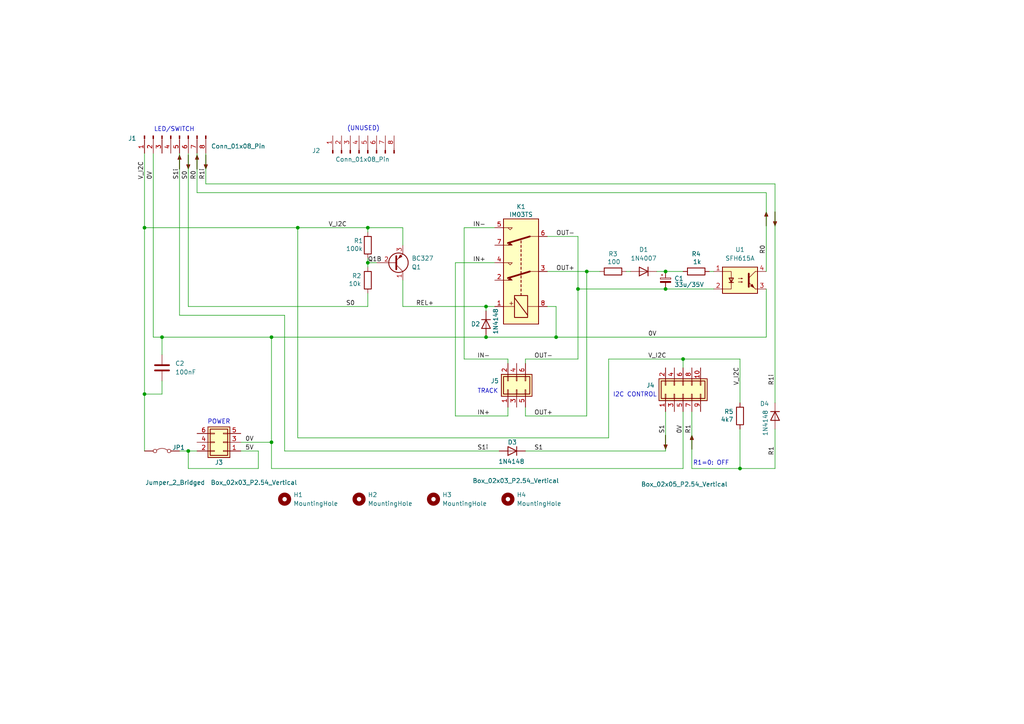
<source format=kicad_sch>
(kicad_sch (version 20231120) (generator "eeschema") (generator_version "8.0")
  (paper "A4")
  (title_block (date "2024-10-21"))
  (lib_symbols
    (symbol "Connector:Conn_01x08_Pin" (pin_names (offset 1.016) hide)
      (property "Reference" "J" (at 0 10.16 0))
      (property "Value" "Conn_01x08_Pin" (at 0 -12.7 0))
      (symbol "Conn_01x08_Pin_1_1"
        (polyline (pts (xy 1.27 -10.16) (xy 0.8636 -10.16)) (stroke (width 0.1524)))
        (polyline (pts (xy 1.27 -7.62) (xy 0.8636 -7.62)) (stroke (width 0.1524)))
        (polyline (pts (xy 1.27 -5.08) (xy 0.8636 -5.08)) (stroke (width 0.1524)))
        (polyline (pts (xy 1.27 -2.54) (xy 0.8636 -2.54)) (stroke (width 0.1524)))
        (polyline (pts (xy 1.27 0) (xy 0.8636 0)) (stroke (width 0.1524)))
        (polyline (pts (xy 1.27 2.54) (xy 0.8636 2.54)) (stroke (width 0.1524)))
        (polyline (pts (xy 1.27 5.08) (xy 0.8636 5.08)) (stroke (width 0.1524)))
        (polyline (pts (xy 1.27 7.62) (xy 0.8636 7.62)) (stroke (width 0.1524)))
        (rectangle (start 0.8636 -10.033) (end 0 -10.287) (stroke (width 0.1524)) (fill (type outline)))
        (rectangle (start 0.8636 -7.493) (end 0 -7.747) (stroke (width 0.1524)) (fill (type outline)))
        (rectangle (start 0.8636 -4.953) (end 0 -5.207) (stroke (width 0.1524)) (fill (type outline)))
        (rectangle (start 0.8636 -2.413) (end 0 -2.667) (stroke (width 0.1524)) (fill (type outline)))
        (rectangle (start 0.8636 0.127) (end 0 -0.127) (stroke (width 0.1524)) (fill (type outline)))
        (rectangle (start 0.8636 2.667) (end 0 2.413) (stroke (width 0.1524)) (fill (type outline)))
        (rectangle (start 0.8636 5.207) (end 0 4.953) (stroke (width 0.1524)) (fill (type outline)))
        (rectangle (start 0.8636 7.747) (end 0 7.493) (stroke (width 0.1524)) (fill (type outline)))
        (pin passive line (at 5.08 7.62 180) (length 3.81) (name "Pin_1") (number "1"))
        (pin passive line (at 5.08 5.08 180) (length 3.81) (name "Pin_2") (number "2"))
        (pin passive line (at 5.08 2.54 180) (length 3.81) (name "Pin_3") (number "3"))
        (pin passive line (at 5.08 0 180) (length 3.81) (name "Pin_4") (number "4"))
        (pin passive line (at 5.08 -2.54 180) (length 3.81) (name "Pin_5") (number "5"))
        (pin passive line (at 5.08 -5.08 180) (length 3.81) (name "Pin_6") (number "6"))
        (pin passive line (at 5.08 -7.62 180) (length 3.81) (name "Pin_7") (number "7"))
        (pin passive line (at 5.08 -10.16 180) (length 3.81) (name "Pin_8") (number "8"))
      )
    )
    (symbol "Device:C" (pin_numbers hide) (pin_names (offset 0.254))
      (property "Reference" "C" (at 0.635 2.54 0))
      (property "Value" "C" (at 0.635 -2.54 0))
      (symbol "C_0_1"
        (polyline (pts (xy -2.032 -0.762) (xy 2.032 -0.762)) (stroke (width 0.508)))
        (polyline (pts (xy -2.032 0.762) (xy 2.032 0.762)) (stroke (width 0.508)))
      )
      (symbol "C_1_1"
        (pin passive line (at 0 3.81 270) (length 2.794) (name "~") (number "1"))
        (pin passive line (at 0 -3.81 90) (length 2.794) (name "~") (number "2"))
      )
    )
    (symbol "Device:C_Polarized_Small" (pin_numbers hide) (pin_names (offset 0.254) hide)
      (property "Reference" "C" (at 0.254 1.778 0))
      (property "Value" "C_Polarized_Small" (at 0.254 -2.032 0))
      (symbol "C_Polarized_Small_0_1"
        (rectangle (start -1.524 -0.3048) (end 1.524 -0.6858) (fill (type outline)))
        (rectangle (start -1.524 0.6858) (end 1.524 0.3048))
        (polyline (pts (xy -1.27 1.524) (xy -0.762 1.524)))
        (polyline (pts (xy -1.016 1.27) (xy -1.016 1.778)))
      )
      (symbol "C_Polarized_Small_1_1"
        (pin passive line (at 0 2.54 270) (length 1.8542) (name "~") (number "1"))
        (pin passive line (at 0 -2.54 90) (length 1.8542) (name "~") (number "2"))
      )
    )
    (symbol "Device:R" (pin_numbers hide) (pin_names (offset 0))
      (property "Reference" "R" (at 2.032 0 90))
      (property "Value" "R" (at 0 0 90))
      (symbol "R_0_1"
        (rectangle (start -1.016 -2.54) (end 1.016 2.54) (stroke (width 0.254)))
      )
      (symbol "R_1_1"
        (pin passive line (at 0 3.81 270) (length 1.27) (name "~") (number "1"))
        (pin passive line (at 0 -3.81 90) (length 1.27) (name "~") (number "2"))
      )
    )
    (symbol "Diode:1N4007" (pin_numbers hide) (pin_names hide)
      (property "Reference" "D" (at 0 2.54 0))
      (property "Value" "1N4007" (at 0 -2.54 0))
      (symbol "1N4007_0_1"
        (polyline (pts (xy -1.27 1.27) (xy -1.27 -1.27)) (stroke (width 0.254)))
        (polyline (pts (xy 1.27 0) (xy -1.27 0)))
        (polyline (pts (xy 1.27 1.27) (xy 1.27 -1.27) (xy -1.27 0) (xy 1.27 1.27)) (stroke (width 0.254)))
      )
      (symbol "1N4007_1_1"
        (pin passive line (at -3.81 0 0) (length 2.54) (name "K") (number "1"))
        (pin passive line (at 3.81 0 180) (length 2.54) (name "A") (number "2"))
      )
    )
    (symbol "Diode:1N4148" (pin_numbers hide) (pin_names hide)
      (property "Reference" "D" (at 0 2.54 0))
      (property "Value" "1N4148" (at 0 -2.54 0))
      (symbol "1N4148_0_1"
        (polyline (pts (xy -1.27 1.27) (xy -1.27 -1.27)) (stroke (width 0.254)))
        (polyline (pts (xy 1.27 0) (xy -1.27 0)))
        (polyline (pts (xy 1.27 1.27) (xy 1.27 -1.27) (xy -1.27 0) (xy 1.27 1.27)) (stroke (width 0.254)))
      )
      (symbol "1N4148_1_1"
        (pin passive line (at -3.81 0 0) (length 2.54) (name "K") (number "1"))
        (pin passive line (at 3.81 0 180) (length 2.54) (name "A") (number "2"))
      )
    )
    (symbol "Graphic:SYM_Arrow_Small" (in_bom no) (on_board no)
      (symbol "SYM_Arrow_Small_0_1"
        (polyline (pts (xy 1.524 0) (xy -2.032 0)) (stroke (width 0.254)))
        (polyline (pts (xy 2.032 0) (xy 0.762 -0.508) (xy 0.762 0.508) (xy 2.032 0)) (fill (type outline)))
      )
    )
    (symbol "Jumper:Jumper_2_Bridged" (pin_numbers hide) (pin_names (offset 0) hide) (exclude_from_sim yes)
      (property "Reference" "JP" (at 0 1.905 0))
      (property "Value" "Jumper_2_Bridged" (at 0 -2.54 0))
      (symbol "Jumper_2_Bridged_0_0"
        (circle (center -2.032 0) (radius 0.508))
        (circle (center 2.032 0) (radius 0.508))
      )
      (symbol "Jumper_2_Bridged_0_1"
        (arc (start 1.524 0.254) (mid 0 0.762) (end -1.524 0.254))
      )
      (symbol "Jumper_2_Bridged_1_1"
        (pin passive line (at -5.08 0 0) (length 2.54) (name "A") (number "1"))
        (pin passive line (at 5.08 0 180) (length 2.54) (name "B") (number "2"))
      )
    )
    (symbol "Relay:IM03"
      (property "Reference" "K" (at 16.51 3.81 0))
      (property "Value" "IM03" (at 16.51 1.27 0))
      (symbol "IM03_0_0"
        (text "+" (at -9.271 2.921 0) (effects (font (size 1.27 1.27))))
      )
      (symbol "IM03_0_1"
        (rectangle (start -15.24 5.08) (end 15.24 -5.08) (stroke (width 0.254)) (fill (type background)))
        (rectangle (start -13.335 1.905) (end -6.985 -1.905) (stroke (width 0.254)))
        (polyline (pts (xy -12.7 -1.905) (xy -7.62 1.905)) (stroke (width 0.254)))
        (polyline (pts (xy -10.16 -5.08) (xy -10.16 -1.905)))
        (polyline (pts (xy -10.16 5.08) (xy -10.16 1.905)))
        (polyline (pts (xy -6.985 0) (xy -6.35 0)) (stroke (width 0.254)))
        (polyline (pts (xy -5.715 0) (xy -5.08 0)) (stroke (width 0.254)))
        (polyline (pts (xy -4.445 0) (xy -3.81 0)) (stroke (width 0.254)))
        (polyline (pts (xy -3.175 0) (xy -2.54 0)) (stroke (width 0.254)))
        (polyline (pts (xy -1.905 0) (xy -1.27 0)) (stroke (width 0.254)))
        (polyline (pts (xy -0.635 0) (xy 0 0)) (stroke (width 0.254)))
        (polyline (pts (xy 0 -2.54) (xy -1.905 3.81)) (stroke (width 0.508)))
        (polyline (pts (xy 0 -2.54) (xy 0 -5.08)))
        (polyline (pts (xy 0.635 0) (xy 1.27 0)) (stroke (width 0.254)))
        (polyline (pts (xy 1.905 0) (xy 2.54 0)) (stroke (width 0.254)))
        (polyline (pts (xy 3.175 0) (xy 3.81 0)) (stroke (width 0.254)))
        (polyline (pts (xy 4.445 0) (xy 5.08 0)) (stroke (width 0.254)))
        (polyline (pts (xy 5.715 0) (xy 6.35 0)) (stroke (width 0.254)))
        (polyline (pts (xy 6.985 0) (xy 7.62 0)) (stroke (width 0.254)))
        (polyline (pts (xy 8.255 0) (xy 8.89 0)) (stroke (width 0.254)))
        (polyline (pts (xy 10.16 -2.54) (xy 8.255 3.81)) (stroke (width 0.508)))
        (polyline (pts (xy 10.16 -2.54) (xy 10.16 -5.08)))
        (polyline (pts (xy -2.54 5.08) (xy -2.54 2.54) (xy -1.905 3.175) (xy -2.54 3.81)) (fill (type outline)))
        (polyline (pts (xy 2.54 5.08) (xy 2.54 2.54) (xy 1.905 3.175) (xy 2.54 3.81)))
        (polyline (pts (xy 7.62 5.08) (xy 7.62 2.54) (xy 8.255 3.175) (xy 7.62 3.81)) (fill (type outline)))
        (polyline (pts (xy 12.7 5.08) (xy 12.7 2.54) (xy 12.065 3.175) (xy 12.7 3.81)))
      )
      (symbol "IM03_1_1"
        (pin passive line (at -10.16 7.62 270) (length 2.54) (name "~") (number "1"))
        (pin passive line (at -2.54 7.62 270) (length 2.54) (name "~") (number "2"))
        (pin passive line (at 0 -7.62 90) (length 2.54) (name "~") (number "3"))
        (pin passive line (at 2.54 7.62 270) (length 2.54) (name "~") (number "4"))
        (pin passive line (at 12.7 7.62 270) (length 2.54) (name "~") (number "5"))
        (pin passive line (at 10.16 -7.62 90) (length 2.54) (name "~") (number "6"))
        (pin passive line (at 7.62 7.62 270) (length 2.54) (name "~") (number "7"))
        (pin passive line (at -10.16 -7.62 90) (length 2.54) (name "~") (number "8"))
      )
    )
    (symbol "Transistor_BJT:BC327" (pin_names (offset 0) hide)
      (property "Reference" "Q" (at 5.08 1.905 0))
      (property "Value" "BC327" (at 5.08 0 0))
      (symbol "BC327_0_1"
        (polyline (pts (xy 0.635 0.635) (xy 2.54 2.54)))
        (polyline (pts (xy 0.635 -0.635) (xy 2.54 -2.54) (xy 2.54 -2.54)))
        (polyline (pts (xy 0.635 1.905) (xy 0.635 -1.905) (xy 0.635 -1.905)) (stroke (width 0.508)))
        (polyline (pts (xy 2.286 -1.778) (xy 1.778 -2.286) (xy 1.27 -1.27) (xy 2.286 -1.778) (xy 2.286 -1.778)) (fill (type outline)))
        (circle (center 1.27 0) (radius 2.8194) (stroke (width 0.254)))
      )
      (symbol "BC327_1_1"
        (pin passive line (at 2.54 5.08 270) (length 2.54) (name "C") (number "1"))
        (pin input line (at -5.08 0 0) (length 5.715) (name "B") (number "2"))
        (pin passive line (at 2.54 -5.08 90) (length 2.54) (name "E") (number "3"))
      )
    )
    (symbol "_kh_library:Box_02x03_P2.54_Vertical" (pin_names (offset 1.016) hide)
      (property "Reference" "J" (at 1.27 5.588 0))
      (property "Value" "Box_02x03_P2.54_Vertical" (at 1.27 -6.35 0))
      (symbol "Box_02x03_P2.54_Vertical_1_1"
        (rectangle (start -1.905 4.445) (end 4.445 -4.445) (stroke (width 0.254)) (fill (type background)))
        (rectangle (start -1.27 -2.413) (end 0 -2.667) (stroke (width 0.1524)))
        (rectangle (start -1.27 0.127) (end 0 -0.127) (stroke (width 0.1524)))
        (rectangle (start -1.27 2.667) (end 0 2.413) (stroke (width 0.1524)))
        (rectangle (start -1.27 3.81) (end 3.81 -3.81) (stroke (width 0.254)) (fill (type background)))
        (rectangle (start 3.81 -2.413) (end 2.54 -2.667) (stroke (width 0.1524)))
        (rectangle (start 3.81 0.127) (end 2.54 -0.127) (stroke (width 0.1524)))
        (rectangle (start 3.81 2.667) (end 2.54 2.413) (stroke (width 0.1524)))
        (pin passive line (at -5.08 2.54 0) (length 3.81) (name "Pin_1") (number "1"))
        (pin passive line (at 7.62 2.54 180) (length 3.81) (name "Pin_2") (number "2"))
        (pin passive line (at -5.08 0 0) (length 3.81) (name "Pin_3") (number "3"))
        (pin passive line (at 7.62 0 180) (length 3.81) (name "Pin_4") (number "4"))
        (pin passive line (at -5.08 -2.54 0) (length 3.81) (name "Pin_5") (number "5"))
        (pin passive line (at 7.62 -2.54 180) (length 3.81) (name "Pin_6") (number "6"))
      )
    )
    (symbol "_kh_library:Box_02x05_P2.54_Vertical" (pin_names (offset 1.016) hide)
      (property "Reference" "J" (at 1.27 5.588 0))
      (property "Value" "Box_02x05_P2.54_Vertical" (at 1.27 -11.176 0))
      (symbol "Box_02x05_P2.54_Vertical_1_1"
        (rectangle (start -1.905 4.445) (end 4.445 -9.525) (stroke (width 0.254)) (fill (type background)))
        (rectangle (start -1.27 -7.493) (end 0 -7.747) (stroke (width 0.1524)))
        (rectangle (start -1.27 -4.953) (end 0 -5.207) (stroke (width 0.1524)))
        (rectangle (start -1.27 -2.413) (end 0 -2.667) (stroke (width 0.1524)))
        (rectangle (start -1.27 0.127) (end 0 -0.127) (stroke (width 0.1524)))
        (rectangle (start -1.27 2.667) (end 0 2.413) (stroke (width 0.1524)))
        (rectangle (start -1.27 3.81) (end 3.81 -8.89) (stroke (width 0.254)) (fill (type background)))
        (rectangle (start 2.54 -7.493) (end 3.81 -7.747) (stroke (width 0.1524)))
        (rectangle (start 2.54 -4.953) (end 3.81 -5.207) (stroke (width 0.1524)))
        (rectangle (start 2.54 -2.413) (end 3.81 -2.667) (stroke (width 0.1524)))
        (rectangle (start 3.81 0.127) (end 2.54 -0.127) (stroke (width 0.1524)))
        (rectangle (start 3.81 2.667) (end 2.54 2.413) (stroke (width 0.1524)))
        (pin passive line (at -5.08 2.54 0) (length 3.81) (name "Pin_1") (number "1"))
        (pin passive line (at 7.62 -7.62 180) (length 3.81) (name "Pin_10") (number "10"))
        (pin passive line (at 7.62 2.54 180) (length 3.81) (name "Pin_2") (number "2"))
        (pin passive line (at -5.08 0 0) (length 3.81) (name "Pin_3") (number "3"))
        (pin passive line (at 7.62 0 180) (length 3.81) (name "Pin_4") (number "4"))
        (pin passive line (at -5.08 -2.54 0) (length 3.81) (name "Pin_5") (number "5"))
        (pin passive line (at 7.62 -2.54 180) (length 3.81) (name "Pin_6") (number "6"))
        (pin passive line (at -5.08 -5.08 0) (length 3.81) (name "Pin_7") (number "7"))
        (pin passive line (at 7.62 -5.08 180) (length 3.81) (name "Pin_8") (number "8"))
        (pin passive line (at -5.08 -7.62 0) (length 3.81) (name "Pin_9") (number "9"))
      )
    )
    (symbol "_kh_library:MountingHole" (pin_names (offset 1.016)) (exclude_from_sim yes) (in_bom no)
      (property "Reference" "H" (at 0 5.08 0))
      (property "Value" "MountingHole" (at 0 3.175 0))
      (symbol "MountingHole_0_1"
        (circle (center 0 0) (radius 1.27) (stroke (width 1.27)))
      )
    )
    (symbol "_kh_library:SFH615A" (pin_names (offset 1.016))
      (property "Reference" "U" (at -5.08 5.08 0))
      (property "Value" "SFH615A" (at 0 5.08 0))
      (symbol "SFH615A_0_1"
        (rectangle (start -5.08 3.81) (end 5.08 -3.81) (stroke (width 0.254)) (fill (type background)))
        (polyline (pts (xy -3.175 -0.635) (xy -1.905 -0.635)) (stroke (width 0.254)))
        (polyline (pts (xy 2.54 0.635) (xy 4.445 2.54)))
        (polyline (pts (xy 4.445 -2.54) (xy 2.54 -0.635)) (fill (type outline)))
        (polyline (pts (xy 4.445 -2.54) (xy 5.08 -2.54)))
        (polyline (pts (xy 4.445 2.54) (xy 5.08 2.54)))
        (polyline (pts (xy -2.54 -0.635) (xy -2.54 -2.54) (xy -5.08 -2.54)))
        (polyline (pts (xy 2.54 1.905) (xy 2.54 -1.905) (xy 2.54 -1.905)) (stroke (width 0.508)))
        (polyline (pts (xy -5.08 2.54) (xy -2.54 2.54) (xy -2.54 -1.27) (xy -2.54 0.635)))
        (polyline (pts (xy -2.54 -0.635) (xy -3.175 0.635) (xy -1.905 0.635) (xy -2.54 -0.635)) (stroke (width 0.254)))
        (polyline (pts (xy -0.508 -0.508) (xy 0.762 -0.508) (xy 0.381 -0.635) (xy 0.381 -0.381) (xy 0.762 -0.508)))
        (polyline (pts (xy -0.508 0.508) (xy 0.762 0.508) (xy 0.381 0.381) (xy 0.381 0.635) (xy 0.762 0.508)))
        (polyline (pts (xy 3.048 -1.651) (xy 3.556 -1.143) (xy 4.064 -2.159) (xy 3.048 -1.651) (xy 3.048 -1.651)) (fill (type outline)))
      )
      (symbol "SFH615A_1_1"
        (pin passive line (at -7.62 2.54 0) (length 2.54) (name "~") (number "1"))
        (pin passive line (at -7.62 -2.54 0) (length 2.54) (name "~") (number "2"))
        (pin passive line (at 7.62 -2.54 180) (length 2.54) (name "~") (number "3"))
        (pin passive line (at 7.62 2.54 180) (length 2.54) (name "~") (number "4"))
      )
    )
  )
  (junction (at 46.99 97.79))
  (junction (at 41.91 66.04))
  (junction (at 78.74 97.79))
  (junction (at 54.61 130.81))
  (junction (at 193.04 78.74))
  (junction (at 198.12 104.14))
  (junction (at 78.74 128.27))
  (junction (at 214.63 135.89))
  (junction (at 161.29 97.79))
  (junction (at 140.97 88.9))
  (junction (at 106.68 76.2))
  (junction (at 86.36 66.04))
  (junction (at 193.04 83.82))
  (junction (at 170.18 78.74))
  (junction (at 41.91 114.3))
  (junction (at 106.68 66.04))
  (junction (at 140.97 97.79))
  (junction (at 167.64 83.82))
  (wire (pts (xy 152.4 105.41) (xy 152.4 104.14)))
  (wire (pts (xy 54.61 135.89) (xy 54.61 130.81)))
  (wire (pts (xy 167.64 68.58) (xy 158.75 68.58)))
  (wire (pts (xy 170.18 78.74) (xy 173.99 78.74)))
  (wire (pts (xy 161.29 97.79) (xy 222.25 97.79)))
  (wire (pts (xy 181.61 78.74) (xy 182.88 78.74)))
  (wire (pts (xy 78.74 135.89) (xy 78.74 128.27)))
  (wire (pts (xy 222.25 55.88) (xy 57.15 55.88)))
  (wire (pts (xy 86.36 66.04) (xy 86.36 127)))
  (wire (pts (xy 59.69 44.45) (xy 59.69 53.34)))
  (wire (pts (xy 106.68 76.2) (xy 106.68 77.47)))
  (wire (pts (xy 193.04 130.81) (xy 152.4 130.81)))
  (wire (pts (xy 78.74 135.89) (xy 198.12 135.89)))
  (wire (pts (xy 222.25 78.74) (xy 222.25 55.88)))
  (wire (pts (xy 116.84 66.04) (xy 116.84 71.12)))
  (wire (pts (xy 46.99 97.79) (xy 46.99 102.87)))
  (wire (pts (xy 224.79 53.34) (xy 224.79 116.84)))
  (wire (pts (xy 140.97 88.9) (xy 116.84 88.9)))
  (wire (pts (xy 143.51 88.9) (xy 140.97 88.9)))
  (wire (pts (xy 152.4 118.11) (xy 152.4 120.65)))
  (wire (pts (xy 54.61 44.45) (xy 54.61 88.9)))
  (wire (pts (xy 134.62 66.04) (xy 134.62 104.14)))
  (wire (pts (xy 54.61 88.9) (xy 106.68 88.9)))
  (wire (pts (xy 82.55 130.81) (xy 144.78 130.81)))
  (wire (pts (xy 132.08 76.2) (xy 143.51 76.2)))
  (wire (pts (xy 190.5 78.74) (xy 193.04 78.74)))
  (wire (pts (xy 205.74 78.74) (xy 207.01 78.74)))
  (wire (pts (xy 82.55 91.44) (xy 52.07 91.44)))
  (wire (pts (xy 152.4 120.65) (xy 170.18 120.65)))
  (wire (pts (xy 57.15 44.45) (xy 57.15 55.88)))
  (wire (pts (xy 46.99 97.79) (xy 78.74 97.79)))
  (wire (pts (xy 106.68 74.93) (xy 106.68 76.2)))
  (wire (pts (xy 78.74 128.27) (xy 78.74 97.79)))
  (wire (pts (xy 41.91 114.3) (xy 41.91 130.81)))
  (wire (pts (xy 54.61 130.81) (xy 57.15 130.81)))
  (wire (pts (xy 69.85 128.27) (xy 78.74 128.27)))
  (wire (pts (xy 200.66 135.89) (xy 200.66 119.38)))
  (wire (pts (xy 59.69 53.34) (xy 224.79 53.34)))
  (wire (pts (xy 52.07 130.81) (xy 54.61 130.81)))
  (wire (pts (xy 158.75 78.74) (xy 170.18 78.74)))
  (wire (pts (xy 167.64 83.82) (xy 167.64 104.14)))
  (wire (pts (xy 116.84 81.28) (xy 116.84 88.9)))
  (wire (pts (xy 106.68 66.04) (xy 106.68 67.31)))
  (wire (pts (xy 41.91 66.04) (xy 41.91 114.3)))
  (wire (pts (xy 78.74 97.79) (xy 140.97 97.79)))
  (wire (pts (xy 106.68 66.04) (xy 116.84 66.04)))
  (wire (pts (xy 224.79 135.89) (xy 214.63 135.89)))
  (wire (pts (xy 69.85 130.81) (xy 74.93 130.81)))
  (wire (pts (xy 224.79 124.46) (xy 224.79 135.89)))
  (wire (pts (xy 193.04 78.74) (xy 198.12 78.74)))
  (wire (pts (xy 158.75 88.9) (xy 161.29 88.9)))
  (wire (pts (xy 176.53 127) (xy 176.53 104.14)))
  (wire (pts (xy 106.68 76.2) (xy 109.22 76.2)))
  (wire (pts (xy 134.62 66.04) (xy 143.51 66.04)))
  (wire (pts (xy 214.63 124.46) (xy 214.63 135.89)))
  (wire (pts (xy 170.18 78.74) (xy 170.18 120.65)))
  (wire (pts (xy 147.32 120.65) (xy 132.08 120.65)))
  (wire (pts (xy 106.68 85.09) (xy 106.68 88.9)))
  (wire (pts (xy 193.04 119.38) (xy 193.04 130.81)))
  (wire (pts (xy 161.29 88.9) (xy 161.29 97.79)))
  (wire (pts (xy 167.64 68.58) (xy 167.64 83.82)))
  (wire (pts (xy 44.45 44.45) (xy 44.45 97.79)))
  (wire (pts (xy 132.08 120.65) (xy 132.08 76.2)))
  (wire (pts (xy 82.55 91.44) (xy 82.55 130.81)))
  (wire (pts (xy 193.04 83.82) (xy 207.01 83.82)))
  (wire (pts (xy 152.4 104.14) (xy 167.64 104.14)))
  (wire (pts (xy 86.36 66.04) (xy 106.68 66.04)))
  (wire (pts (xy 193.04 83.82) (xy 167.64 83.82)))
  (wire (pts (xy 74.93 135.89) (xy 54.61 135.89)))
  (wire (pts (xy 140.97 97.79) (xy 161.29 97.79)))
  (wire (pts (xy 214.63 135.89) (xy 200.66 135.89)))
  (wire (pts (xy 147.32 118.11) (xy 147.32 120.65)))
  (wire (pts (xy 46.99 110.49) (xy 46.99 114.3)))
  (wire (pts (xy 147.32 104.14) (xy 147.32 105.41)))
  (wire (pts (xy 214.63 104.14) (xy 214.63 116.84)))
  (wire (pts (xy 44.45 97.79) (xy 46.99 97.79)))
  (wire (pts (xy 46.99 114.3) (xy 41.91 114.3)))
  (wire (pts (xy 134.62 104.14) (xy 147.32 104.14)))
  (wire (pts (xy 86.36 127) (xy 176.53 127)))
  (wire (pts (xy 198.12 135.89) (xy 198.12 119.38)))
  (wire (pts (xy 74.93 130.81) (xy 74.93 135.89)))
  (wire (pts (xy 222.25 83.82) (xy 222.25 97.79)))
  (wire (pts (xy 41.91 44.45) (xy 41.91 66.04)))
  (wire (pts (xy 41.91 66.04) (xy 86.36 66.04)))
  (wire (pts (xy 176.53 104.14) (xy 198.12 104.14)))
  (wire (pts (xy 52.07 91.44) (xy 52.07 44.45)))
  (wire (pts (xy 140.97 88.9) (xy 140.97 90.17)))
  (wire (pts (xy 198.12 104.14) (xy 198.12 106.68)))
  (wire (pts (xy 198.12 104.14) (xy 214.63 104.14)))
  (text "R1=0: OFF" (at 206.248 134.366 0) (effects (font (size 1.27 1.27))))
  (text "TRACK" (at 141.478 113.538 0) (effects (font (size 1.27 1.27))))
  (text "I2C CONTROL" (at 184.15 114.554 0) (effects (font (size 1.27 1.27))))
  (text "POWER" (at 63.5 122.428 0) (effects (font (size 1.27 1.27))))
  (text "(UNUSED)" (at 105.41 37.338 0) (effects (font (size 1.27 1.27))))
  (text "LED/SWITCH" (at 50.546 37.592 0) (effects (font (size 1.27 1.27))))
  (label "IN+" (at 138.43 120.65 0))
  (label "V_I2C" (at 41.91 52.07 90))
  (label "R1" (at 200.66 125.73 90))
  (label "S1i" (at 52.07 52.07 90))
  (label "IN-" (at 137.16 66.04 0))
  (label "0V" (at 198.12 125.73 90))
  (label "S1" (at 193.04 125.73 90))
  (label "0V" (at 71.12 128.27 0))
  (label "REL+" (at 120.65 88.9 0))
  (label "S0" (at 54.61 52.07 90))
  (label "OUT+" (at 161.29 78.74 0))
  (label "OUT-" (at 154.94 104.14 0))
  (label "S1i" (at 138.43 130.81 0))
  (label "0V" (at 44.45 52.07 90))
  (label "V_I2C" (at 187.96 104.14 0))
  (label "OUT+" (at 154.94 120.65 0))
  (label "IN-" (at 138.43 104.14 0))
  (label "S1" (at 154.94 130.81 0))
  (label "R1" (at 224.79 132.08 90))
  (label "0V" (at 187.96 97.79 0))
  (label "R1i" (at 224.79 111.76 90))
  (label "5V" (at 71.12 130.81 0))
  (label "R0" (at 57.15 52.07 90))
  (label "S0" (at 100.33 88.9 0))
  (label "Q1B" (at 106.68 76.2 0))
  (label "V_I2C" (at 95.25 66.04 0))
  (label "R0" (at 222.25 73.66 90))
  (label "V_I2C" (at 214.63 111.76 90))
  (label "R1i" (at 59.69 52.07 90))
  (label "IN+" (at 137.16 76.2 0))
  (label "OUT-" (at 161.29 68.58 0))
  (symbol (lib_id "Connector:Conn_01x08_Pin") (at 104.14 44.45 90) (unit 1)
    (property "Reference" "J2" (at 91.694 43.688 90))
    (property "Value" "Conn_01x08_Pin" (at 105.156 46.228 90))
    (property "Footprint" "_kh_library:PinSocket_1x08_P2.54mm_Vertical_kh" (effects (hide yes)))
    (property "Description" "Generic connector, single row, 01x08, script generated" (effects (hide yes)))
  )
  (symbol (lib_id "Device:R") (at 214.63 120.65 0) (unit 1)
    (property "Reference" "R5" (at 210.058 119.38 0) (effects (justify left)))
    (property "Value" "4k7" (at 209.042 121.666 0) (effects (justify left)))
    (property "Footprint" "_kh_library:R_Axial_P1.778mm_Vertical_kh" (effects (hide yes)))
  )
  (symbol (lib_id "Graphic:SYM_Arrow_Small") (at 59.69 46.99 270) (unit 1) (exclude_from_sim yes) (in_bom no) (on_board no)
    (property "Reference" "#SYM2" (effects (hide yes)))
    (property "Value" "SYM_Arrow_Small" (effects (hide yes)))
    (property "Description" "Filled arrow, 160mil" (effects (hide yes)))
  )
  (symbol (lib_id "Diode:1N4007") (at 186.69 78.74 180) (unit 1)
    (property "Reference" "D1" (at 186.69 72.39 0))
    (property "Value" "1N4007" (at 186.69 74.93 0))
    (property "Footprint" "_kh_library:D_DO-41_SOD81_P3.81mm_Vertical_AnodeUp_kh" (effects (hide yes)))
    (property "Datasheet" "http://www.vishay.com/docs/88503/1n4001.pdf" (effects (hide yes)))
    (property "Description" "1000V 1A General Purpose Rectifier Diode, DO-41" (effects (hide yes)))
    (property "Sim.Device" "D" (effects (hide yes)))
    (property "Sim.Pins" "1=K 2=A" (effects (hide yes)))
  )
  (symbol (lib_id "Graphic:SYM_Arrow_Small") (at 193.04 128.27 270) (unit 1) (exclude_from_sim yes) (in_bom no) (on_board no)
    (property "Reference" "#SYM7" (effects (hide yes)))
    (property "Value" "SYM_Arrow_Small" (effects (hide yes)))
    (property "Description" "Filled arrow, 160mil" (effects (hide yes)))
  )
  (symbol (lib_id "_kh_library:MountingHole") (at 125.73 144.78 0) (unit 1) (exclude_from_sim yes) (in_bom no)
    (property "Reference" "H3" (at 128.27 143.5099 0) (effects (justify left)))
    (property "Value" "MountingHole" (at 128.27 146.0499 0) (effects (justify left)))
    (property "Footprint" "_kh_library:MountingHole_2.2mm_M2_Pad_TopBottom_kh" (effects (hide yes)))
    (property "Description" "Mounting Hole without connection" (effects (hide yes)))
  )
  (symbol (lib_id "Diode:1N4148") (at 148.59 130.81 180) (unit 1)
    (property "Reference" "D3" (at 148.59 128.27 0))
    (property "Value" "1N4148" (at 148.336 133.858 0))
    (property "Footprint" "Diode_THT:D_DO-35_SOD27_P2.54mm_Vertical_AnodeUp" (effects (hide yes)))
    (property "Datasheet" "https://assets.nexperia.com/documents/data-sheet/1N4148_1N4448.pdf" (effects (hide yes)))
    (property "Description" "100V 0.15A standard switching diode, DO-35" (effects (hide yes)))
    (property "Sim.Device" "D" (effects (hide yes)))
    (property "Sim.Pins" "1=K 2=A" (effects (hide yes)))
  )
  (symbol (lib_id "Transistor_BJT:BC327") (at 114.3 76.2 0) (mirror x) (unit 1)
    (property "Reference" "Q1" (at 119.38 77.4701 0) (effects (justify left)))
    (property "Value" "BC327" (at 119.38 74.9301 0) (effects (justify left)))
    (property "Footprint" "_kh_library:TO-92_Inline_Wide_2.2225" (effects (hide yes)))
    (property "Datasheet" "http://www.onsemi.com/pub_link/Collateral/BC327-D.PDF" (effects (hide yes)))
    (property "Description" "0.8A Ic, 45V Vce, PNP Transistor, TO-92" (effects (hide yes)))
  )
  (symbol (lib_id "_kh_library:MountingHole") (at 82.55 144.78 0) (unit 1) (exclude_from_sim yes) (in_bom no)
    (property "Reference" "H1" (at 85.09 143.5099 0) (effects (justify left)))
    (property "Value" "MountingHole" (at 85.09 146.0499 0) (effects (justify left)))
    (property "Footprint" "_kh_library:MountingHole_2.2mm_M2_Pad_TopBottom_kh" (effects (hide yes)))
    (property "Description" "Mounting Hole without connection" (effects (hide yes)))
  )
  (symbol (lib_id "Relay:IM03") (at 151.13 78.74 90) (unit 1)
    (property "Reference" "K1" (at 151.13 59.944 90))
    (property "Value" "IM03TS" (at 151.13 62.23 90))
    (property "Footprint" "_kh_library:Relay_DPDT_AXICOM_IMSeries_Pitch5.08mm_rect_Pins" (effects (hide yes)))
    (property "Datasheet" "http://www.te.com/commerce/DocumentDelivery/DDEController?Action=srchrtrv&DocNm=108-98001&DocType=SS&DocLang=EN" (effects (hide yes)))
    (property "Description" "IM Relay, standard version, monostable, switching current 2/5A, power 60W/62.5VA, voltage 220VDC/250VAC" (effects (hide yes)))
  )
  (symbol (lib_id "_kh_library:MountingHole") (at 147.32 144.78 0) (unit 1) (exclude_from_sim yes) (in_bom no)
    (property "Reference" "H4" (at 149.86 143.5099 0) (effects (justify left)))
    (property "Value" "MountingHole" (at 149.86 146.0499 0) (effects (justify left)))
    (property "Footprint" "_kh_library:MountingHole_2.2mm_M2_Pad_TopBottom_kh" (effects (hide yes)))
    (property "Description" "Mounting Hole without connection" (effects (hide yes)))
  )
  (symbol (lib_id "_kh_library:SFH615A") (at 214.63 81.28 0) (unit 1)
    (property "Reference" "U1" (at 214.63 72.39 0))
    (property "Value" "SFH615A" (at 214.63 74.93 0))
    (property "Footprint" "Package_DIP:DIP-4_W7.62mm" (effects (hide yes)))
    (property "Datasheet" "https://toshiba.semicon-storage.com/info/docget.jsp?did=10569&prodName=TLP785" (effects (hide yes)))
    (property "Description" "DC Optocoupler, Vce 80V, CTR 50-200%, DIP4" (effects (hide yes)))
  )
  (symbol (lib_id "Diode:1N4148") (at 140.97 93.98 90) (mirror x) (unit 1)
    (property "Reference" "D2" (at 137.922 93.98 90))
    (property "Value" "1N4148" (at 143.764 93.218 0))
    (property "Footprint" "Diode_THT:D_DO-35_SOD27_P2.54mm_Vertical_AnodeUp" (effects (hide yes)))
    (property "Datasheet" "https://assets.nexperia.com/documents/data-sheet/1N4148_1N4448.pdf" (effects (hide yes)))
    (property "Description" "100V 0.15A standard switching diode, DO-35" (effects (hide yes)))
    (property "Sim.Device" "D" (effects (hide yes)))
    (property "Sim.Pins" "1=K 2=A" (effects (hide yes)))
  )
  (symbol (lib_id "Graphic:SYM_Arrow_Small") (at 224.79 63.5 270) (unit 1) (exclude_from_sim yes) (in_bom no) (on_board no)
    (property "Reference" "#SYM5" (effects (hide yes)))
    (property "Value" "SYM_Arrow_Small" (effects (hide yes)))
    (property "Description" "Filled arrow, 160mil" (effects (hide yes)))
  )
  (symbol (lib_id "_kh_library:Box_02x03_P2.54_Vertical") (at 64.77 128.27 180) (unit 1)
    (property "Reference" "J3" (at 63.5 134.112 0))
    (property "Value" "Box_02x03_P2.54_Vertical" (at 73.66 139.954 0))
    (property "Footprint" "_kh_library:Box_02x03_P2.54mm_Vertical_kh" (effects (hide yes)))
    (property "Description" "Box Header connector, double row, 02x03, odd/even pin numbering scheme" (effects (hide yes)))
  )
  (symbol (lib_id "Device:C_Polarized_Small") (at 193.04 81.28 0) (unit 1)
    (property "Reference" "C1" (at 195.58 80.772 0) (effects (justify left)))
    (property "Value" "33u/35V" (at 195.58 82.55 0) (effects (justify left)))
    (property "Footprint" "Capacitor_THT:CP_Radial_D8.0mm_P2.50mm" (effects (hide yes)))
    (property "Description" "Polarized capacitor, small symbol" (effects (hide yes)))
  )
  (symbol (lib_id "Device:C") (at 46.99 106.68 0) (unit 1)
    (property "Reference" "C2" (at 50.8 105.4099 0) (effects (justify left)))
    (property "Value" "100nF" (at 50.8 107.9499 0) (effects (justify left)))
    (property "Footprint" "_kh_library:C_Rect_L7.0mm_W2.0mm_P5.00mm_kh" (effects (hide yes)))
    (property "Description" "Unpolarized capacitor" (effects (hide yes)))
  )
  (symbol (lib_id "Graphic:SYM_Arrow_Small") (at 222.25 63.5 90) (unit 1) (exclude_from_sim yes) (in_bom no) (on_board no)
    (property "Reference" "#SYM4" (effects (hide yes)))
    (property "Value" "SYM_Arrow_Small" (effects (hide yes)))
    (property "Description" "Filled arrow, 160mil" (effects (hide yes)))
  )
  (symbol (lib_id "Graphic:SYM_Arrow_Small") (at 54.61 46.99 270) (unit 1) (exclude_from_sim yes) (in_bom no) (on_board no)
    (property "Reference" "#SYM3" (effects (hide yes)))
    (property "Value" "SYM_Arrow_Small" (effects (hide yes)))
    (property "Description" "Filled arrow, 160mil" (effects (hide yes)))
  )
  (symbol (lib_id "Diode:1N4148") (at 224.79 120.65 270) (unit 1)
    (property "Reference" "D4" (at 221.742 117.094 90))
    (property "Value" "1N4148" (at 221.996 122.682 0))
    (property "Footprint" "_kh_library:D_DO-35_P2.0mm_Vertical_AnodeUp_kh" (effects (hide yes)))
    (property "Datasheet" "https://assets.nexperia.com/documents/data-sheet/1N4148_1N4448.pdf" (effects (hide yes)))
    (property "Description" "100V 0.15A standard switching diode, DO-35" (effects (hide yes)))
    (property "Sim.Device" "D" (effects (hide yes)))
    (property "Sim.Pins" "1=K 2=A" (effects (hide yes)))
  )
  (symbol (lib_id "Device:R") (at 106.68 71.12 0) (unit 1)
    (property "Reference" "R1" (at 102.616 69.85 0) (effects (justify left)))
    (property "Value" "100k" (at 100.33 72.136 0) (effects (justify left)))
    (property "Footprint" "Resistor_THT:R_Axial_DIN0204_L3.6mm_D1.6mm_P2.54mm_Vertical" (effects (hide yes)))
  )
  (symbol (lib_id "Device:R") (at 177.8 78.74 90) (unit 1)
    (property "Reference" "R3" (at 177.8 73.66 90))
    (property "Value" "100" (at 178.054 75.946 90))
    (property "Footprint" "Resistor_THT:R_Axial_DIN0204_L3.6mm_D1.6mm_P2.54mm_Vertical" (effects (hide yes)))
  )
  (symbol (lib_id "_kh_library:Box_02x05_P2.54_Vertical") (at 195.58 114.3 90) (unit 1)
    (property "Reference" "J4" (at 187.452 111.76 90) (effects (justify right)))
    (property "Value" "Box_02x05_P2.54_Vertical" (at 185.928 140.462 90) (effects (justify right)))
    (property "Footprint" "_kh_library:Box_02x05_P2.54mm_Vertical_kh" (effects (hide yes)))
    (property "Description" "Box Header connector, double row, 02x05, odd/even pin numbering scheme" (effects (hide yes)))
  )
  (symbol (lib_id "_kh_library:Box_02x03_P2.54_Vertical") (at 149.86 113.03 90) (unit 1)
    (property "Reference" "J5" (at 143.51 110.49 90))
    (property "Value" "Box_02x03_P2.54_Vertical" (at 149.606 139.446 90))
    (property "Footprint" "_kh_library:Box_02x03_P2.54mm_Vertical_kh" (effects (hide yes)))
    (property "Description" "Box Header connector, double row, 02x03, odd/even pin numbering scheme" (effects (hide yes)))
  )
  (symbol (lib_id "Device:R") (at 201.93 78.74 90) (unit 1)
    (property "Reference" "R4" (at 201.93 73.66 90))
    (property "Value" "1k" (at 202.184 75.946 90))
    (property "Footprint" "Resistor_THT:R_Axial_DIN0204_L3.6mm_D1.6mm_P2.54mm_Vertical" (effects (hide yes)))
  )
  (symbol (lib_id "Graphic:SYM_Arrow_Small") (at 52.07 46.99 90) (unit 1) (exclude_from_sim yes) (in_bom no) (on_board no)
    (property "Reference" "#SYM1" (effects (hide yes)))
    (property "Value" "SYM_Arrow_Small" (effects (hide yes)))
    (property "Description" "Filled arrow, 160mil" (effects (hide yes)))
  )
  (symbol (lib_id "Graphic:SYM_Arrow_Small") (at 57.15 46.99 90) (unit 1) (exclude_from_sim yes) (in_bom no) (on_board no)
    (property "Reference" "#SYM8" (effects (hide yes)))
    (property "Value" "SYM_Arrow_Small" (effects (hide yes)))
    (property "Description" "Filled arrow, 160mil" (effects (hide yes)))
  )
  (symbol (lib_id "_kh_library:MountingHole") (at 104.14 144.78 0) (unit 1) (exclude_from_sim yes) (in_bom no)
    (property "Reference" "H2" (at 106.68 143.5099 0) (effects (justify left)))
    (property "Value" "MountingHole" (at 106.68 146.0499 0) (effects (justify left)))
    (property "Footprint" "_kh_library:MountingHole_2.2mm_M2_Pad_TopBottom_kh" (effects (hide yes)))
    (property "Description" "Mounting Hole without connection" (effects (hide yes)))
  )
  (symbol (lib_id "Jumper:Jumper_2_Bridged") (at 46.99 130.81 0) (unit 1) (exclude_from_sim yes)
    (property "Reference" "JP1" (at 51.816 129.794 0))
    (property "Value" "Jumper_2_Bridged" (at 50.8 139.954 0))
    (property "Footprint" "Jumper:SolderJumper-2_P1.3mm_Bridged_Pad1.0x1.5mm" (effects (hide yes)))
    (property "Description" "Jumper, 2-pole, closed/bridged" (effects (hide yes)))
  )
  (symbol (lib_id "Graphic:SYM_Arrow_Small") (at 200.66 128.27 90) (unit 1) (exclude_from_sim yes) (in_bom no) (on_board no)
    (property "Reference" "#SYM6" (effects (hide yes)))
    (property "Value" "SYM_Arrow_Small" (effects (hide yes)))
    (property "Description" "Filled arrow, 160mil" (effects (hide yes)))
  )
  (symbol (lib_id "Connector:Conn_01x08_Pin") (at 49.53 39.37 90) (mirror x) (unit 1)
    (property "Reference" "J1" (at 38.354 40.132 90))
    (property "Value" "Conn_01x08_Pin" (at 69.088 42.418 90))
    (property "Footprint" "_kh_library:PinSocket_1x08_P2.54mm_Vertical_kh" (effects (hide yes)))
    (property "Description" "Generic connector, single row, 01x08, script generated" (effects (hide yes)))
  )
  (symbol (lib_id "Device:R") (at 106.68 81.28 0) (unit 1)
    (property "Reference" "R2" (at 102.108 80.01 0) (effects (justify left)))
    (property "Value" "10k" (at 101.092 82.296 0) (effects (justify left)))
    (property "Footprint" "Resistor_THT:R_Axial_DIN0204_L3.6mm_D1.6mm_P2.54mm_Vertical" (effects (hide yes)))
  )
)
</source>
